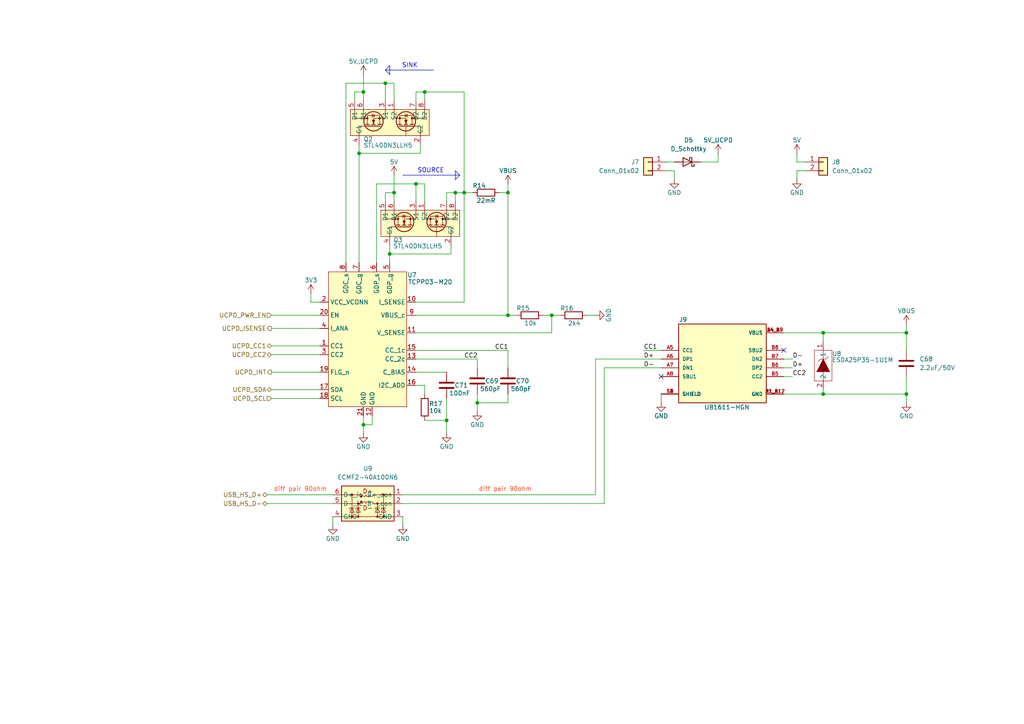
<source format=kicad_sch>
(kicad_sch (version 20250114) (generator "eeschema") (generator_version "9.0")
  (paper "A4")
  (lib_symbols
    (symbol "Connector_Generic:Conn_01x02" (pin_names (offset 1.016) (hide yes))
      (property "Reference" "J" (at 0 2.54 0))
      (property "Value" "Conn_01x02" (at 0 -5.08 0))
      (symbol "Conn_01x02_1_1"
        (rectangle (start -1.27 1.27) (end 1.27 -3.81) (stroke (width 0.254)) (fill (type background)))
        (rectangle (start -1.27 0.127) (end 0 -0.127) (stroke (width 0.1524)))
        (rectangle (start -1.27 -2.413) (end 0 -2.667) (stroke (width 0.1524)))
        (pin passive line (at -5.08 0 0) (length 3.81) (name "Pin_1") (number "1"))
        (pin passive line (at -5.08 -2.54 0) (length 3.81) (name "Pin_2") (number "2"))
      )
    )
    (symbol "Device:C" (pin_numbers (hide yes)) (pin_names (offset 0.254))
      (property "Reference" "C" (at 0.635 2.54 0))
      (property "Value" "C" (at 0.635 -2.54 0))
      (symbol "C_0_1"
        (polyline (pts (xy -2.032 0.762) (xy 2.032 0.762)) (stroke (width 0.508)))
        (polyline (pts (xy -2.032 -0.762) (xy 2.032 -0.762)) (stroke (width 0.508)))
      )
      (symbol "C_1_1"
        (pin passive line (at 0 3.81 270) (length 2.794) (name "~") (number "1"))
        (pin passive line (at 0 -3.81 90) (length 2.794) (name "~") (number "2"))
      )
    )
    (symbol "Device:D_Schottky" (pin_numbers (hide yes)) (pin_names (offset 1.016) (hide yes))
      (property "Reference" "D" (at 0 2.54 0))
      (property "Value" "D_Schottky" (at 0 -2.54 0))
      (symbol "D_Schottky_0_1"
        (polyline (pts (xy -1.905 0.635) (xy -1.905 1.27) (xy -1.27 1.27) (xy -1.27 -1.27) (xy -0.635 -1.27) (xy -0.635 -0.635)) (stroke (width 0.254)))
        (polyline (pts (xy 1.27 1.27) (xy 1.27 -1.27) (xy -1.27 0) (xy 1.27 1.27)) (stroke (width 0.254)))
        (polyline (pts (xy 1.27 0) (xy -1.27 0)))
      )
      (symbol "D_Schottky_1_1"
        (pin passive line (at -3.81 0 0) (length 2.54) (name "K") (number "1"))
        (pin passive line (at 3.81 0 180) (length 2.54) (name "A") (number "2"))
      )
    )
    (symbol "Device:R" (pin_numbers (hide yes)) (pin_names (offset 0))
      (property "Reference" "R" (at 2.032 0 90))
      (property "Value" "R" (at 0 0 90))
      (symbol "R_0_1"
        (rectangle (start -1.016 -2.54) (end 1.016 2.54) (stroke (width 0.254)))
      )
      (symbol "R_1_1"
        (pin passive line (at 0 3.81 270) (length 1.27) (name "~") (number "1"))
        (pin passive line (at 0 -3.81 90) (length 1.27) (name "~") (number "2"))
      )
    )
    (symbol "My_Parts:5077CR-16SMC2-BK-TR" (pin_names (offset 1.016))
      (property "Reference" "J" (at -12.7 10.922 0))
      (property "Value" "5077CR-16SMC2-BK-TR" (at -12.7 -15.24 0))
      (symbol "5077CR-16SMC2-BK-TR_0_0"
        (rectangle (start -12.7 -12.7) (end 12.7 10.16) (stroke (width 0.254)) (fill (type background)))
        (pin passive line (at -17.78 2.54 0) (length 5.08) (name "CC1") (number "A5"))
        (pin passive line (at -17.78 0 0) (length 5.08) (name "DP1") (number "A6"))
        (pin passive line (at -17.78 -2.54 0) (length 5.08) (name "DN1") (number "A7"))
        (pin passive line (at -17.78 -5.08 0) (length 5.08) (name "SBU1") (number "A8"))
        (pin passive line (at -17.78 -10.16 0) (length 5.08) (name "SHIELD") (number "S1"))
        (pin passive line (at -17.78 -10.16 0) (length 5.08) (name "SHIELD") (number "S2"))
        (pin passive line (at -17.78 -10.16 0) (length 5.08) (name "SHIELD") (number "S3"))
        (pin passive line (at -17.78 -10.16 0) (length 5.08) (name "SHIELD") (number "S4"))
        (pin power_in line (at 17.78 7.62 180) (length 5.08) (name "VBUS") (number "A4_B9"))
        (pin power_in line (at 17.78 7.62 180) (length 5.08) (name "VBUS") (number "B4_A9"))
        (pin passive line (at 17.78 2.54 180) (length 5.08) (name "SBU2") (number "B8"))
        (pin passive line (at 17.78 0 180) (length 5.08) (name "DN2") (number "B7"))
        (pin passive line (at 17.78 -2.54 180) (length 5.08) (name "DP2") (number "B6"))
        (pin passive line (at 17.78 -5.08 180) (length 5.08) (name "CC2") (number "B5"))
        (pin power_in line (at 17.78 -10.16 180) (length 5.08) (name "GND") (number "A1_B12"))
        (pin power_in line (at 17.78 -10.16 180) (length 5.08) (name "GND") (number "B1_A12"))
      )
    )
    (symbol "My_Parts:ECMF2-40A100N6"
      (property "Reference" "U" (at 18.542 21.336 0))
      (property "Value" "ECMF2-40A100N6" (at 25.908 8.89 0))
      (symbol "ECMF2-40A100N6_0_1"
        (rectangle (start 17.78 20.32) (end 33.02 10.16) (stroke (width 0.254)) (fill (type background)))
        (polyline (pts (xy 17.78 17.78) (xy 23.876 17.78)))
        (polyline (pts (xy 17.78 15.24) (xy 23.876 15.24)))
        (polyline (pts (xy 17.78 11.43) (xy 20.828 11.43)))
        (polyline (pts (xy 20.828 17.78) (xy 20.828 11.43)))
        (polyline (pts (xy 20.828 11.43) (xy 29.972 11.43)))
        (polyline (pts (xy 22.606 15.24) (xy 22.606 11.43)))
        (arc (start 24.892 17.7423) (mid 24.384 17.2706) (end 23.876 17.7423))
        (arc (start 23.876 15.2777) (mid 24.384 15.7494) (end 24.892 15.2777))
        (arc (start 25.908 17.7423) (mid 25.4 17.2706) (end 24.892 17.7423))
        (arc (start 24.892 15.2777) (mid 25.4 15.7494) (end 25.908 15.2777))
        (arc (start 26.924 17.7423) (mid 26.416 17.2706) (end 25.908 17.7423))
        (arc (start 25.908 15.2777) (mid 26.416 15.7494) (end 26.924 15.2777))
        (polyline (pts (xy 27.94 17.78) (xy 26.924 17.78)))
        (polyline (pts (xy 27.94 17.78) (xy 33.02 17.78)))
        (polyline (pts (xy 27.94 15.24) (xy 26.924 15.24)))
        (polyline (pts (xy 27.94 15.24) (xy 33.02 15.24)))
        (polyline (pts (xy 28.194 15.24) (xy 28.194 11.43)))
        (polyline (pts (xy 29.972 17.78) (xy 29.972 11.43)))
        (polyline (pts (xy 33.02 11.43) (xy 29.972 11.43)))
        (text "D+" (at 25.4 18.796 0) (effects (font (size 1.27 1.27))))
        (text "D-" (at 25.4 13.97 0) (effects (font (size 1.27 1.27))))
      )
      (symbol "ECMF2-40A100N6_1_1"
        (polyline (pts (xy 20.193 12.7) (xy 21.463 12.7) (xy 20.828 13.97) (xy 20.193 12.7)))
        (circle (center 20.828 17.78) (radius 0.254) (fill (type outline)))
        (circle (center 20.828 11.43) (radius 0.254) (fill (type outline)))
        (polyline (pts (xy 21.463 13.589) (xy 21.463 13.97) (xy 20.193 13.97)))
        (polyline (pts (xy 21.971 12.7) (xy 23.241 12.7) (xy 22.606 13.97) (xy 21.971 12.7)))
        (circle (center 22.606 15.24) (radius 0.254) (fill (type outline)))
        (circle (center 22.606 11.43) (radius 0.254) (fill (type outline)))
        (polyline (pts (xy 23.241 13.589) (xy 23.241 13.97) (xy 21.971 13.97)))
        (circle (center 27.305 17.272) (radius 0.254) (fill (type outline)))
        (circle (center 27.305 15.748) (radius 0.254) (fill (type outline)))
        (circle (center 28.194 15.24) (radius 0.254) (fill (type outline)))
        (circle (center 28.194 11.43) (radius 0.254) (fill (type outline)))
        (polyline (pts (xy 28.829 13.589) (xy 28.829 13.97) (xy 27.559 13.97)))
        (polyline (pts (xy 28.829 12.7) (xy 27.559 12.7) (xy 28.194 13.97) (xy 28.829 12.7)))
        (circle (center 29.972 17.78) (radius 0.254) (fill (type outline)))
        (circle (center 29.972 11.43) (radius 0.254) (fill (type outline)))
        (polyline (pts (xy 30.607 13.589) (xy 30.607 13.97) (xy 29.337 13.97)))
        (polyline (pts (xy 30.607 12.7) (xy 29.337 12.7) (xy 29.972 13.97) (xy 30.607 12.7)))
        (pin passive line (at 15.24 17.78 0) (length 2.54) (name "D+_con") (number "1"))
        (pin passive line (at 15.24 15.24 0) (length 2.54) (name "D-_con") (number "2"))
        (pin passive line (at 15.24 11.43 0) (length 2.54) (name "GND") (number "3"))
        (pin passive line (at 35.56 17.78 180) (length 2.54) (name "D+_ic") (number "6"))
        (pin passive line (at 35.56 15.24 180) (length 2.54) (name "D-_ic") (number "5"))
        (pin passive line (at 35.56 11.43 180) (length 2.54) (name "GND") (number "4"))
      )
    )
    (symbol "My_Parts:ESDA25P35-1U1M"
      (property "Reference" "U" (at -4.572 3.556 0))
      (property "Value" "ESDA25P35-1U1M" (at 0.508 -3.556 0))
      (symbol "ESDA25P35-1U1M_0_1"
        (polyline (pts (xy -5.842 0) (xy 5.461 0)) (stroke (width 0.127)))
        (polyline (pts (xy -5.08 2.54) (xy -5.08 -2.54)) (stroke (width 0.127)))
        (polyline (pts (xy -5.08 -2.54) (xy 3.81 -2.54)) (stroke (width 0.127)))
        (polyline (pts (xy -2.54 0.762) (xy -3.302 1.524)) (stroke (width 0.127)))
        (polyline (pts (xy -2.54 0.762) (xy -2.54 -0.762)) (stroke (width 0.127)))
        (polyline (pts (xy -2.54 0) (xy 1.143 -1.905)) (stroke (width 0.127)))
        (polyline (pts (xy -2.54 0) (xy 1.016 1.778) (xy 1.016 -1.778)) (fill (type outline)))
        (polyline (pts (xy -1.778 -1.524) (xy -2.54 -0.762)) (stroke (width 0.127)))
        (polyline (pts (xy 1.143 1.905) (xy -2.54 0)) (stroke (width 0.127)))
        (polyline (pts (xy 1.143 -1.905) (xy 1.143 1.905)) (stroke (width 0.127)))
        (polyline (pts (xy 3.81 2.54) (xy -5.08 2.54)) (stroke (width 0.127)))
        (polyline (pts (xy 3.81 -2.54) (xy 3.81 2.54)) (stroke (width 0.127)))
      )
      (symbol "ESDA25P35-1U1M_1_1"
        (pin unspecified line (at -7.62 0 0) (length 2.54) (name "1") (number "1"))
        (pin unspecified line (at 6.35 0 180) (length 2.54) (name "2") (number "2"))
      )
    )
    (symbol "My_Parts:STL40DN3LLH5"
      (property "Reference" "Q" (at -5.08 -4.826 0))
      (property "Value" "STL40DN3LLH5" (at -0.254 -6.858 0))
      (symbol "STL40DN3LLH5_0_1"
        (polyline (pts (xy -7.62 1.27) (xy -10.16 1.27) (xy -10.16 3.81)))
        (polyline (pts (xy -7.366 1.27) (xy -7.62 1.27) (xy -7.62 3.81)))
        (polyline (pts (xy -7.239 1.27) (xy -6.477 1.27)))
        (polyline (pts (xy -6.985 -0.508) (xy -5.969 -0.508)) (stroke (width 0.254)))
        (polyline (pts (xy -6.604 -1.016) (xy -2.794 -1.016)) (stroke (width 0.254)))
        (circle (center -6.477 1.27) (radius 0.254) (fill (type outline)))
        (polyline (pts (xy -5.207 1.524) (xy -5.08 1.651) (xy -5.08 2.413) (xy -4.953 2.54)))
        (polyline (pts (xy -5.207 -0.508) (xy -4.191 -0.508)) (stroke (width 0.254)))
        (polyline (pts (xy -5.08 2.032) (xy -4.445 1.651) (xy -4.445 2.413) (xy -5.08 2.032)))
        (circle (center -4.699 0.381) (radius 2.794) (stroke (width 0.254)))
        (polyline (pts (xy -4.699 -0.254) (xy -5.08 0.762) (xy -4.318 0.762) (xy -4.699 -0.254)) (fill (type outline)))
        (polyline (pts (xy -3.429 -0.508) (xy -2.413 -0.508)) (stroke (width 0.254)))
        (circle (center -2.921 1.27) (radius 0.254) (fill (type outline)))
        (polyline (pts (xy -2.921 -0.508) (xy -2.921 2.032) (xy -6.477 2.032) (xy -6.477 -0.508)))
        (polyline (pts (xy -2.159 1.27) (xy -4.699 1.27) (xy -4.699 -0.508)))
        (polyline (pts (xy -2.032 1.27) (xy -1.27 1.27) (xy -1.27 3.81)))
        (polyline (pts (xy 2.032 1.27) (xy 1.27 1.27) (xy 1.27 3.81)))
        (polyline (pts (xy 2.159 1.27) (xy 4.699 1.27) (xy 4.699 -0.508)))
        (circle (center 2.921 1.27) (radius 0.254) (fill (type outline)))
        (polyline (pts (xy 2.921 -0.508) (xy 2.921 2.032) (xy 6.477 2.032) (xy 6.477 -0.508)))
        (polyline (pts (xy 3.429 -0.508) (xy 2.413 -0.508)) (stroke (width 0.254)))
        (circle (center 4.699 0.381) (radius 2.794) (stroke (width 0.254)))
        (polyline (pts (xy 4.699 -0.254) (xy 5.08 0.762) (xy 4.318 0.762) (xy 4.699 -0.254)) (fill (type outline)))
        (polyline (pts (xy 4.699 -1.016) (xy 4.699 -3.81)))
        (polyline (pts (xy 5.08 2.032) (xy 4.445 1.651) (xy 4.445 2.413) (xy 5.08 2.032)))
        (polyline (pts (xy 5.207 1.524) (xy 5.08 1.651) (xy 5.08 2.413) (xy 4.953 2.54)))
        (polyline (pts (xy 5.207 -0.508) (xy 4.191 -0.508)) (stroke (width 0.254)))
        (circle (center 6.477 1.27) (radius 0.254) (fill (type outline)))
        (polyline (pts (xy 6.604 -1.016) (xy 2.794 -1.016)) (stroke (width 0.254)))
        (polyline (pts (xy 6.985 -0.508) (xy 5.969 -0.508)) (stroke (width 0.254)))
        (polyline (pts (xy 7.239 1.27) (xy 6.477 1.27)))
        (polyline (pts (xy 7.366 1.27) (xy 7.62 1.27) (xy 7.62 3.81)))
        (polyline (pts (xy 7.62 1.27) (xy 10.16 1.27) (xy 10.16 3.81)))
      )
      (symbol "STL40DN3LLH5_1_1"
        (rectangle (start -11.43 3.81) (end 11.43 -3.81) (fill (type background)))
        (polyline (pts (xy -6.604 -1.016) (xy -8.89 -1.016) (xy -8.89 -3.81)))
        (polyline (pts (xy 6.604 -1.016) (xy 8.89 -1.016) (xy 8.89 -3.81)))
        (pin input line (at -10.16 6.35 270) (length 2.54) (name "D1") (number "5"))
        (pin passive line (at -8.89 -6.35 90) (length 2.54) (name "G1") (number "4"))
        (pin passive line (at -7.62 6.35 270) (length 2.54) (name "D1") (number "6"))
        (pin passive line (at -1.27 6.35 270) (length 2.54) (name "S1") (number "3"))
        (pin passive line (at 1.27 6.35 270) (length 2.54) (name "S2") (number "1"))
        (pin passive line (at 7.62 6.35 270) (length 2.54) (name "D2") (number "7"))
        (pin input line (at 8.89 -6.35 90) (length 2.54) (name "G2") (number "2"))
        (pin passive line (at 10.16 6.35 270) (length 2.54) (name "D2") (number "8"))
      )
    )
    (symbol "My_Parts:TCPP03-M20"
      (property "Reference" "U" (at 12.192 18.288 0))
      (property "Value" "TCPP03-M20" (at 18.034 16.256 0))
      (symbol "TCPP03-M20_1_1"
        (rectangle (start -11.43 18.923) (end 11.303 -20.193) (fill (type background)))
        (pin power_in line (at -13.97 10.16 0) (length 2.54) (name "VCC_VCONN") (number "2"))
        (pin input line (at -13.97 6.35 0) (length 2.54) (name "EN") (number "20"))
        (pin output line (at -13.97 2.54 0) (length 2.54) (name "I_ANA") (number "4"))
        (pin bidirectional line (at -13.97 -2.54 0) (length 2.54) (name "CC1") (number "1"))
        (pin bidirectional line (at -13.97 -5.08 0) (length 2.54) (name "CC2") (number "3"))
        (pin output line (at -13.97 -10.16 0) (length 2.54) (name "FLG_n") (number "19"))
        (pin bidirectional line (at -13.97 -15.24 0) (length 2.54) (name "SDA") (number "17"))
        (pin bidirectional line (at -13.97 -17.78 0) (length 2.54) (name "SCL") (number "18"))
        (pin input line (at -6.35 21.59 270) (length 2.54) (name "GDC_s") (number "8"))
        (pin output line (at -2.54 21.59 270) (length 2.54) (name "GDC_g") (number "7"))
        (pin passive line (at -1.27 -22.86 90) (length 2.54) (name "GND") (number "21"))
        (pin passive line (at 1.27 -22.86 90) (length 2.54) (name "GND") (number "12"))
        (pin input line (at 2.54 21.59 270) (length 2.54) (name "GDP_s") (number "6"))
        (pin output line (at 6.35 21.59 270) (length 2.54) (name "GDP_g") (number "5"))
        (pin input line (at 13.97 10.16 180) (length 2.54) (name "I_SENSE") (number "10"))
        (pin input line (at 13.97 6.35 180) (length 2.54) (name "VBUS_c") (number "9"))
        (pin input line (at 13.97 1.27 180) (length 2.54) (name "V_SENSE") (number "11"))
        (pin bidirectional line (at 13.97 -3.81 180) (length 2.54) (name "CC_1c") (number "15"))
        (pin bidirectional line (at 13.97 -6.35 180) (length 2.54) (name "CC_2c") (number "13"))
        (pin output line (at 13.97 -10.16 180) (length 2.54) (name "C_BIAS") (number "14"))
        (pin input line (at 13.97 -13.97 180) (length 2.54) (name "I2C_ADD") (number "16"))
      )
    )
    (symbol "power:GND" (power) (pin_numbers (hide yes)) (pin_names (offset 0) (hide yes))
      (property "Value" "GND" (at 0 -3.81 0))
      (symbol "GND_0_1"
        (polyline (pts (xy 0 0) (xy 0 -1.27) (xy 1.27 -1.27) (xy 0 -2.54) (xy -1.27 -1.27) (xy 0 -1.27)))
      )
      (symbol "GND_1_1"
        (pin power_in line (at 0 0 270) (length 0) (name "~") (number "1"))
      )
    )
    (symbol "power:VCC" (power) (pin_numbers (hide yes)) (pin_names (offset 0) (hide yes))
      (property "Value" "VCC" (at 0 3.556 0))
      (symbol "VCC_0_1"
        (polyline (pts (xy -0.762 1.27) (xy 0 2.54)))
        (polyline (pts (xy 0 2.54) (xy 0.762 1.27)))
        (polyline (pts (xy 0 0) (xy 0 2.54)))
      )
      (symbol "VCC_1_1"
        (pin power_in line (at 0 0 90) (length 0) (name "~") (number "1"))
      )
    )
  )
  (text "SOURCE\n" (at 124.968 49.53 0) (effects (font (size 1.27 1.27))))
  (text "diff pair 90ohm" (at 146.558 141.986 0) (effects (font (size 1.27 1.27))))
  (text "diff pair 90ohm" (at 87.122 141.986 0) (effects (font (size 1.27 1.27))))
  (text "SINK" (at 118.872 19.05 0) (effects (font (size 1.27 1.27))))
  (junction (at 113.03 73.66))
  (junction (at 105.41 123.19))
  (junction (at 123.19 26.67))
  (junction (at 138.43 116.84))
  (junction (at 147.32 55.88))
  (junction (at 111.76 24.13))
  (junction (at 134.62 55.88))
  (junction (at 238.76 114.3))
  (junction (at 132.08 55.88))
  (junction (at 114.3 55.88))
  (junction (at 104.14 44.45))
  (junction (at 105.41 26.67))
  (junction (at 238.76 96.52))
  (junction (at 129.54 121.92))
  (junction (at 120.65 53.34))
  (junction (at 147.32 91.44))
  (junction (at 262.89 114.3))
  (junction (at 262.89 96.52))
  (junction (at 160.02 91.44))
  (no_connect (at 227.33 101.6))
  (no_connect (at 191.77 109.22))
  (wire (pts (xy 107.95 123.19) (xy 105.41 123.19)))
  (wire (pts (xy 233.68 49.53) (xy 231.14 49.53)))
  (wire (pts (xy 113.03 73.66) (xy 113.03 76.2)))
  (wire (pts (xy 120.65 91.44) (xy 147.32 91.44)))
  (polyline (pts (xy 113.03 19.05) (xy 113.03 21.59)))
  (wire (pts (xy 130.81 73.66) (xy 113.03 73.66)))
  (wire (pts (xy 147.32 116.84) (xy 138.43 116.84)))
  (wire (pts (xy 77.47 146.05) (xy 96.52 146.05)))
  (wire (pts (xy 78.74 113.03) (xy 92.71 113.03)))
  (wire (pts (xy 105.41 120.65) (xy 105.41 123.19)))
  (wire (pts (xy 160.02 91.44) (xy 162.56 91.44)))
  (wire (pts (xy 186.69 101.6) (xy 191.77 101.6)))
  (wire (pts (xy 104.14 44.45) (xy 121.92 44.45)))
  (wire (pts (xy 105.41 125.73) (xy 105.41 123.19)))
  (wire (pts (xy 109.22 76.2) (xy 109.22 53.34)))
  (wire (pts (xy 77.47 143.51) (xy 96.52 143.51)))
  (wire (pts (xy 132.08 58.42) (xy 132.08 55.88)))
  (wire (pts (xy 120.65 26.67) (xy 123.19 26.67)))
  (wire (pts (xy 193.04 46.99) (xy 195.58 46.99)))
  (wire (pts (xy 147.32 91.44) (xy 149.86 91.44)))
  (polyline (pts (xy 132.08 52.07) (xy 133.35 50.8)))
  (wire (pts (xy 111.76 58.42) (xy 111.76 55.88)))
  (wire (pts (xy 129.54 115.57) (xy 129.54 121.92)))
  (wire (pts (xy 114.3 24.13) (xy 111.76 24.13)))
  (wire (pts (xy 114.3 50.8) (xy 114.3 55.88)))
  (wire (pts (xy 195.58 49.53) (xy 195.58 52.07)))
  (wire (pts (xy 129.54 58.42) (xy 129.54 55.88)))
  (wire (pts (xy 109.22 53.34) (xy 120.65 53.34)))
  (wire (pts (xy 132.08 55.88) (xy 134.62 55.88)))
  (wire (pts (xy 113.03 71.12) (xy 113.03 73.66)))
  (wire (pts (xy 102.87 26.67) (xy 105.41 26.67)))
  (wire (pts (xy 175.26 106.68) (xy 175.26 146.05)))
  (wire (pts (xy 130.81 71.12) (xy 130.81 73.66)))
  (wire (pts (xy 208.28 46.99) (xy 208.28 44.45)))
  (wire (pts (xy 114.3 55.88) (xy 114.3 58.42)))
  (wire (pts (xy 78.74 107.95) (xy 92.71 107.95)))
  (wire (pts (xy 233.68 46.99) (xy 231.14 46.99)))
  (wire (pts (xy 116.84 149.86) (xy 116.84 152.4)))
  (wire (pts (xy 78.74 91.44) (xy 92.71 91.44)))
  (wire (pts (xy 227.33 96.52) (xy 238.76 96.52)))
  (wire (pts (xy 120.65 96.52) (xy 160.02 96.52)))
  (wire (pts (xy 231.14 49.53) (xy 231.14 52.07)))
  (wire (pts (xy 78.74 102.87) (xy 92.71 102.87)))
  (polyline (pts (xy 111.76 20.32) (xy 125.73 20.32)))
  (wire (pts (xy 134.62 87.63) (xy 120.65 87.63)))
  (wire (pts (xy 147.32 55.88) (xy 147.32 53.34)))
  (wire (pts (xy 120.65 107.95) (xy 129.54 107.95)))
  (polyline (pts (xy 111.76 20.32) (xy 113.03 19.05)))
  (wire (pts (xy 262.89 114.3) (xy 262.89 109.22)))
  (wire (pts (xy 160.02 96.52) (xy 160.02 91.44)))
  (wire (pts (xy 172.72 143.51) (xy 116.84 143.51)))
  (wire (pts (xy 191.77 114.3) (xy 191.77 116.84)))
  (wire (pts (xy 227.33 106.68) (xy 229.87 106.68)))
  (wire (pts (xy 104.14 41.91) (xy 104.14 44.45)))
  (wire (pts (xy 138.43 116.84) (xy 138.43 119.38)))
  (wire (pts (xy 138.43 114.3) (xy 138.43 116.84)))
  (wire (pts (xy 238.76 96.52) (xy 238.76 99.06)))
  (wire (pts (xy 107.95 120.65) (xy 107.95 123.19)))
  (wire (pts (xy 120.65 111.76) (xy 123.19 111.76)))
  (wire (pts (xy 238.76 114.3) (xy 262.89 114.3)))
  (wire (pts (xy 92.71 87.63) (xy 90.17 87.63)))
  (wire (pts (xy 102.87 26.67) (xy 102.87 29.21)))
  (wire (pts (xy 147.32 106.68) (xy 147.32 101.6)))
  (wire (pts (xy 129.54 121.92) (xy 129.54 125.73)))
  (wire (pts (xy 134.62 55.88) (xy 137.16 55.88)))
  (wire (pts (xy 262.89 114.3) (xy 262.89 116.84)))
  (wire (pts (xy 134.62 55.88) (xy 134.62 87.63)))
  (wire (pts (xy 203.2 46.99) (xy 208.28 46.99)))
  (wire (pts (xy 123.19 111.76) (xy 123.19 114.3)))
  (wire (pts (xy 120.65 53.34) (xy 120.65 58.42)))
  (wire (pts (xy 262.89 93.98) (xy 262.89 96.52)))
  (wire (pts (xy 111.76 55.88) (xy 114.3 55.88)))
  (wire (pts (xy 78.74 100.33) (xy 92.71 100.33)))
  (wire (pts (xy 175.26 146.05) (xy 116.84 146.05)))
  (wire (pts (xy 175.26 106.68) (xy 191.77 106.68)))
  (wire (pts (xy 120.65 29.21) (xy 120.65 26.67)))
  (wire (pts (xy 123.19 26.67) (xy 134.62 26.67)))
  (wire (pts (xy 123.19 121.92) (xy 129.54 121.92)))
  (wire (pts (xy 78.74 95.25) (xy 92.71 95.25)))
  (wire (pts (xy 238.76 114.3) (xy 238.76 113.03)))
  (wire (pts (xy 262.89 96.52) (xy 262.89 101.6)))
  (wire (pts (xy 100.33 24.13) (xy 111.76 24.13)))
  (wire (pts (xy 105.41 29.21) (xy 105.41 26.67)))
  (wire (pts (xy 144.78 55.88) (xy 147.32 55.88)))
  (wire (pts (xy 170.18 91.44) (xy 172.72 91.44)))
  (wire (pts (xy 238.76 96.52) (xy 262.89 96.52)))
  (wire (pts (xy 121.92 44.45) (xy 121.92 41.91)))
  (wire (pts (xy 100.33 76.2) (xy 100.33 24.13)))
  (wire (pts (xy 129.54 55.88) (xy 132.08 55.88)))
  (wire (pts (xy 90.17 87.63) (xy 90.17 85.09)))
  (wire (pts (xy 172.72 104.14) (xy 172.72 143.51)))
  (wire (pts (xy 138.43 106.68) (xy 138.43 104.14)))
  (wire (pts (xy 123.19 53.34) (xy 120.65 53.34)))
  (wire (pts (xy 111.76 24.13) (xy 111.76 29.21)))
  (wire (pts (xy 227.33 109.22) (xy 229.87 109.22)))
  (wire (pts (xy 120.65 104.14) (xy 138.43 104.14)))
  (wire (pts (xy 157.48 91.44) (xy 160.02 91.44)))
  (wire (pts (xy 147.32 114.3) (xy 147.32 116.84)))
  (wire (pts (xy 227.33 104.14) (xy 229.87 104.14)))
  (wire (pts (xy 120.65 101.6) (xy 147.32 101.6)))
  (wire (pts (xy 96.52 149.86) (xy 96.52 152.4)))
  (wire (pts (xy 123.19 29.21) (xy 123.19 26.67)))
  (polyline (pts (xy 116.84 50.8) (xy 133.35 50.8)))
  (polyline (pts (xy 133.35 50.8) (xy 132.08 49.53)))
  (wire (pts (xy 193.04 49.53) (xy 195.58 49.53)))
  (polyline (pts (xy 111.76 20.32) (xy 113.03 21.59)))
  (wire (pts (xy 227.33 114.3) (xy 238.76 114.3)))
  (wire (pts (xy 78.74 115.57) (xy 92.71 115.57)))
  (wire (pts (xy 105.41 21.59) (xy 105.41 26.67)))
  (wire (pts (xy 114.3 29.21) (xy 114.3 24.13)))
  (polyline (pts (xy 132.08 49.53) (xy 132.08 52.07)))
  (wire (pts (xy 172.72 104.14) (xy 191.77 104.14)))
  (wire (pts (xy 134.62 26.67) (xy 134.62 55.88)))
  (wire (pts (xy 147.32 55.88) (xy 147.32 91.44)))
  (wire (pts (xy 104.14 44.45) (xy 104.14 76.2)))
  (wire (pts (xy 231.14 46.99) (xy 231.14 44.45)))
  (wire (pts (xy 123.19 58.42) (xy 123.19 53.34)))
  (label "CC2" (at 134.62 104.14 0))
  (label "CC1" (at 186.69 101.6 0))
  (label "D+" (at 229.87 106.68 0))
  (label "D-" (at 229.87 104.14 0))
  (label "CC2" (at 229.87 109.22 0))
  (label "D-" (at 186.69 106.68 0))
  (label "CC1" (at 143.51 101.6 0))
  (label "D+" (at 186.69 104.14 0))
  (hierarchical_label "USB_HS_D+" (shape bidirectional) (at 77.47 143.51 180))
  (hierarchical_label "UCPD_SCL" (shape input) (at 78.74 115.57 180))
  (hierarchical_label "UCPD_ISENSE" (shape output) (at 78.74 95.25 180))
  (hierarchical_label "UCPD_CC1" (shape bidirectional) (at 78.74 100.33 180))
  (hierarchical_label "UCPD_PWR_EN" (shape input) (at 78.74 91.44 180))
  (hierarchical_label "USB_HS_D-" (shape bidirectional) (at 77.47 146.05 180))
  (hierarchical_label "UCPD_SDA" (shape bidirectional) (at 78.74 113.03 180))
  (hierarchical_label "UCPD_INT" (shape output) (at 78.74 107.95 180))
  (hierarchical_label "UCPD_CC2" (shape bidirectional) (at 78.74 102.87 180))
  (symbol (lib_id "power:VCC") (at 262.89 93.98 0) (unit 1)
    (property "Reference" "#PWR089" (effects (hide yes)))
    (property "Value" "VBUS" (at 262.89 90.17 0))
    (property "Description" "Power symbol creates a global label with name \"VCC\"" (effects (hide yes)))
  )
  (symbol (lib_id "Device:C") (at 138.43 110.49 0) (unit 1)
    (property "Reference" "C69" (at 140.716 110.49 0) (effects (justify left)))
    (property "Value" "560pF" (at 139.192 112.776 0) (effects (justify left)))
    (property "Footprint" "Capacitor_SMD:C_0201_0603Metric" (effects (hide yes)))
    (property "Description" "Unpolarized capacitor" (effects (hide yes)))
  )
  (symbol (lib_id "My_Parts:TCPP03-M20") (at 106.68 97.79 0) (unit 1)
    (property "Reference" "U7" (at 118.11 79.756 0) (effects (justify left)))
    (property "Value" "TCPP03-M20" (at 118.364 81.788 0) (effects (justify left)))
    (property "Footprint" "My_Parts:QFN-20L_4.0X4.0X0.75_STM" (effects (hide yes)))
  )
  (symbol (lib_id "Device:D_Schottky") (at 199.39 46.99 180) (unit 1)
    (property "Reference" "D5" (at 199.7075 40.64 0))
    (property "Value" "D_Schottky" (at 199.7075 43.18 0))
    (property "Footprint" "Diode_SMD:D_PowerDI-123" (effects (hide yes)))
    (property "Description" "Schottky diode" (effects (hide yes)))
  )
  (symbol (lib_id "My_Parts:STL40DN3LLH5") (at 113.03 35.56 0) (unit 1)
    (property "Reference" "Q2" (at 105.41 40.386 0) (effects (justify left)))
    (property "Value" "STL40DN3LLH5" (at 105.41 42.164 0) (effects (justify left)))
    (property "Footprint" "My_Parts:SON_DN3LLH5_STM" (effects (hide yes)))
  )
  (symbol (lib_id "Device:R") (at 153.67 91.44 90) (unit 1)
    (property "Reference" "R15" (at 153.67 89.408 90) (effects (justify left)))
    (property "Value" "10k" (at 155.702 93.726 90) (effects (justify left)))
    (property "Footprint" "Resistor_SMD:R_0201_0603Metric" (effects (hide yes)))
    (property "Description" "Resistor" (effects (hide yes)))
  )
  (symbol (lib_id "power:VCC") (at 231.14 44.45 0) (unit 1)
    (property "Reference" "#PWR082" (effects (hide yes)))
    (property "Value" "5V" (at 231.14 40.64 0))
    (property "Description" "Power symbol creates a global label with name \"VCC\"" (effects (hide yes)))
  )
  (symbol (lib_id "power:GND") (at 138.43 119.38 0) (unit 1)
    (property "Reference" "#PWR092" (effects (hide yes)))
    (property "Value" "GND" (at 138.43 123.19 0))
    (property "Description" "Power symbol creates a global label with name \"GND\" , ground" (effects (hide yes)))
  )
  (symbol (lib_id "power:VCC") (at 105.41 21.59 0) (unit 1)
    (property "Reference" "#PWR080" (effects (hide yes)))
    (property "Value" "5V_UCPD" (at 105.41 17.78 0))
    (property "Description" "Power symbol creates a global label with name \"VCC\"" (effects (hide yes)))
  )
  (symbol (lib_id "Device:C") (at 129.54 111.76 0) (unit 1)
    (property "Reference" "C71" (at 131.826 111.76 0) (effects (justify left)))
    (property "Value" "100nF" (at 130.302 114.046 0) (effects (justify left)))
    (property "Footprint" "Capacitor_SMD:C_0201_0603Metric" (effects (hide yes)))
    (property "Description" "Unpolarized capacitor" (effects (hide yes)))
  )
  (symbol (lib_id "Device:R") (at 166.37 91.44 90) (unit 1)
    (property "Reference" "R16" (at 166.37 89.408 90) (effects (justify left)))
    (property "Value" "2k4" (at 168.402 93.726 90) (effects (justify left)))
    (property "Footprint" "Resistor_SMD:R_0201_0603Metric" (effects (hide yes)))
    (property "Description" "Resistor" (effects (hide yes)))
  )
  (symbol (lib_id "power:VCC") (at 90.17 85.09 0) (unit 1)
    (property "Reference" "#PWR087" (effects (hide yes)))
    (property "Value" "3V3" (at 90.17 81.28 0))
    (property "Description" "Power symbol creates a global label with name \"VCC\"" (effects (hide yes)))
  )
  (symbol (lib_id "My_Parts:5077CR-16SMC2-BK-TR") (at 209.55 104.14 0) (unit 1)
    (property "Reference" "J9" (at 198.12 92.71 0))
    (property "Value" "UB1611-HGN" (at 210.82 118.11 0))
    (property "Footprint" "My_Parts:Gangyuan_UB1611-HGN" (effects (hide yes)))
    (property "PARTREV" "B" (effects (hide yes)))
    (property "SNAPEDA_PN" "UB1611-HGN" (effects (hide yes)))
    (property "STANDARD" "Manufacturer Recommendations" (effects (hide yes)))
    (property "MAXIMUM_PACKAGE_HEIGHT" "3.26mm" (effects (hide yes)))
    (property "MANUFACTURER" "Gangyuan" (effects (hide yes)))
  )
  (symbol (lib_id "Device:R") (at 123.19 118.11 0) (unit 1)
    (property "Reference" "R17" (at 124.46 117.094 0) (effects (justify left)))
    (property "Value" "10k" (at 124.46 119.126 0) (effects (justify left)))
    (property "Footprint" "Resistor_SMD:R_0201_0603Metric" (effects (hide yes)))
    (property "Description" "Resistor" (effects (hide yes)))
  )
  (symbol (lib_id "power:VCC") (at 208.28 44.45 0) (mirror y) (unit 1)
    (property "Reference" "#PWR081" (effects (hide yes)))
    (property "Value" "5V_UCPD" (at 208.28 40.64 0))
    (property "Description" "Power symbol creates a global label with name \"VCC\"" (effects (hide yes)))
  )
  (symbol (lib_id "Connector_Generic:Conn_01x02") (at 238.76 46.99 0) (unit 1)
    (property "Reference" "J8" (at 241.3 46.9899 0) (effects (justify left)))
    (property "Value" "Conn_01x02" (at 241.3 49.5299 0) (effects (justify left)))
    (property "Footprint" "Connector_PinHeader_2.54mm:PinHeader_1x02_P2.54mm_Vertical" (effects (hide yes)))
    (property "Description" "Generic connector, single row, 01x02, script generated (kicad-library-utils/schlib/autogen/connector/)" (effects (hide yes)))
  )
  (symbol (lib_id "Connector_Generic:Conn_01x02") (at 187.96 46.99 0) (mirror y) (unit 1)
    (property "Reference" "J7" (at 185.42 46.9899 0) (effects (justify left)))
    (property "Value" "Conn_01x02" (at 185.42 49.5299 0) (effects (justify left)))
    (property "Footprint" "Connector_PinHeader_2.54mm:PinHeader_1x02_P2.54mm_Vertical" (effects (hide yes)))
    (property "Description" "Generic connector, single row, 01x02, script generated (kicad-library-utils/schlib/autogen/connector/)" (effects (hide yes)))
  )
  (symbol (lib_id "My_Parts:ESDA25P35-1U1M") (at 238.76 106.68 270) (unit 1)
    (property "Reference" "U8" (at 241.3 102.616 90) (effects (justify left)))
    (property "Value" "ESDA25P35-1U1M" (at 241.3 104.394 90) (effects (justify left)))
    (property "Footprint" "My_Parts:QFN1610_STM" (effects (hide yes)))
  )
  (symbol (lib_id "My_Parts:STL40DN3LLH5") (at 121.92 64.77 0) (unit 1)
    (property "Reference" "Q3" (at 114.046 69.596 0) (effects (justify left)))
    (property "Value" "STL40DN3LLH5" (at 114.046 71.374 0) (effects (justify left)))
    (property "Footprint" "My_Parts:SON_DN3LLH5_STM" (effects (hide yes)))
  )
  (symbol (lib_id "power:GND") (at 116.84 152.4 0) (unit 1)
    (property "Reference" "#PWR096" (effects (hide yes)))
    (property "Value" "GND" (at 116.84 156.21 0))
    (property "Description" "Power symbol creates a global label with name \"GND\" , ground" (effects (hide yes)))
  )
  (symbol (lib_id "power:GND") (at 262.89 116.84 0) (unit 1)
    (property "Reference" "#PWR091" (effects (hide yes)))
    (property "Value" "GND" (at 262.89 120.65 0))
    (property "Description" "Power symbol creates a global label with name \"GND\" , ground" (effects (hide yes)))
  )
  (symbol (lib_id "power:VCC") (at 147.32 53.34 0) (unit 1)
    (property "Reference" "#PWR086" (effects (hide yes)))
    (property "Value" "VBUS" (at 147.32 49.53 0))
    (property "Description" "Power symbol creates a global label with name \"VCC\"" (effects (hide yes)))
  )
  (symbol (lib_id "power:GND") (at 96.52 152.4 0) (unit 1)
    (property "Reference" "#PWR095" (effects (hide yes)))
    (property "Value" "GND" (at 96.52 156.21 0))
    (property "Description" "Power symbol creates a global label with name \"GND\" , ground" (effects (hide yes)))
  )
  (symbol (lib_id "power:GND") (at 129.54 125.73 0) (unit 1)
    (property "Reference" "#PWR094" (effects (hide yes)))
    (property "Value" "GND" (at 129.54 129.54 0))
    (property "Description" "Power symbol creates a global label with name \"GND\" , ground" (effects (hide yes)))
  )
  (symbol (lib_id "Device:R") (at 140.97 55.88 90) (unit 1)
    (property "Reference" "R14" (at 140.97 53.848 90) (effects (justify left)))
    (property "Value" "22mR" (at 143.764 58.166 90) (effects (justify left)))
    (property "Footprint" "Resistor_SMD:R_0603_1608Metric" (effects (hide yes)))
    (property "Description" "Resistor" (effects (hide yes)))
  )
  (symbol (lib_id "power:VCC") (at 114.3 50.8 0) (unit 1)
    (property "Reference" "#PWR083" (effects (hide yes)))
    (property "Value" "5V" (at 114.3 46.99 0))
    (property "Description" "Power symbol creates a global label with name \"VCC\"" (effects (hide yes)))
  )
  (symbol (lib_id "Device:C") (at 147.32 110.49 0) (unit 1)
    (property "Reference" "C70" (at 149.606 110.49 0) (effects (justify left)))
    (property "Value" "560pF" (at 148.082 112.776 0) (effects (justify left)))
    (property "Footprint" "Capacitor_SMD:C_0201_0603Metric" (effects (hide yes)))
    (property "Description" "Unpolarized capacitor" (effects (hide yes)))
  )
  (symbol (lib_id "Device:C") (at 262.89 105.41 0) (unit 1)
    (property "Reference" "C68" (at 266.7 104.1399 0) (effects (justify left)))
    (property "Value" "2.2uF/50V" (at 266.7 106.6799 0) (effects (justify left)))
    (property "Footprint" "Capacitor_SMD:C_0603_1608Metric" (effects (hide yes)))
    (property "Description" "Unpolarized capacitor" (effects (hide yes)))
  )
  (symbol (lib_id "power:GND") (at 105.41 125.73 0) (unit 1)
    (property "Reference" "#PWR093" (effects (hide yes)))
    (property "Value" "GND" (at 105.41 129.54 0))
    (property "Description" "Power symbol creates a global label with name \"GND\" , ground" (effects (hide yes)))
  )
  (symbol (lib_id "My_Parts:ECMF2-40A100N6") (at 132.08 161.29 0) (mirror y) (unit 1)
    (property "Reference" "U9" (at 106.68 135.89 0))
    (property "Value" "ECMF2-40A100N6" (at 106.68 138.43 0))
    (property "Footprint" "My_Parts:QFN6L_ECMF2_STM" (effects (hide yes)))
  )
  (symbol (lib_id "power:GND") (at 191.77 116.84 0) (unit 1)
    (property "Reference" "#PWR090" (effects (hide yes)))
    (property "Value" "GND" (at 191.77 120.65 0))
    (property "Description" "Power symbol creates a global label with name \"GND\" , ground" (effects (hide yes)))
  )
  (symbol (lib_id "power:GND") (at 231.14 52.07 0) (unit 1)
    (property "Reference" "#PWR085" (effects (hide yes)))
    (property "Value" "GND" (at 231.14 55.88 0))
    (property "Description" "Power symbol creates a global label with name \"GND\" , ground" (effects (hide yes)))
  )
  (symbol (lib_id "power:GND") (at 195.58 52.07 0) (mirror y) (unit 1)
    (property "Reference" "#PWR084" (effects (hide yes)))
    (property "Value" "GND" (at 195.58 55.88 0))
    (property "Description" "Power symbol creates a global label with name \"GND\" , ground" (effects (hide yes)))
  )
  (symbol (lib_id "power:GND") (at 172.72 91.44 90) (unit 1)
    (property "Reference" "#PWR088" (effects (hide yes)))
    (property "Value" "GND" (at 176.53 91.44 0))
    (property "Description" "Power symbol creates a global label with name \"GND\" , ground" (effects (hide yes)))
  )
)
</source>
